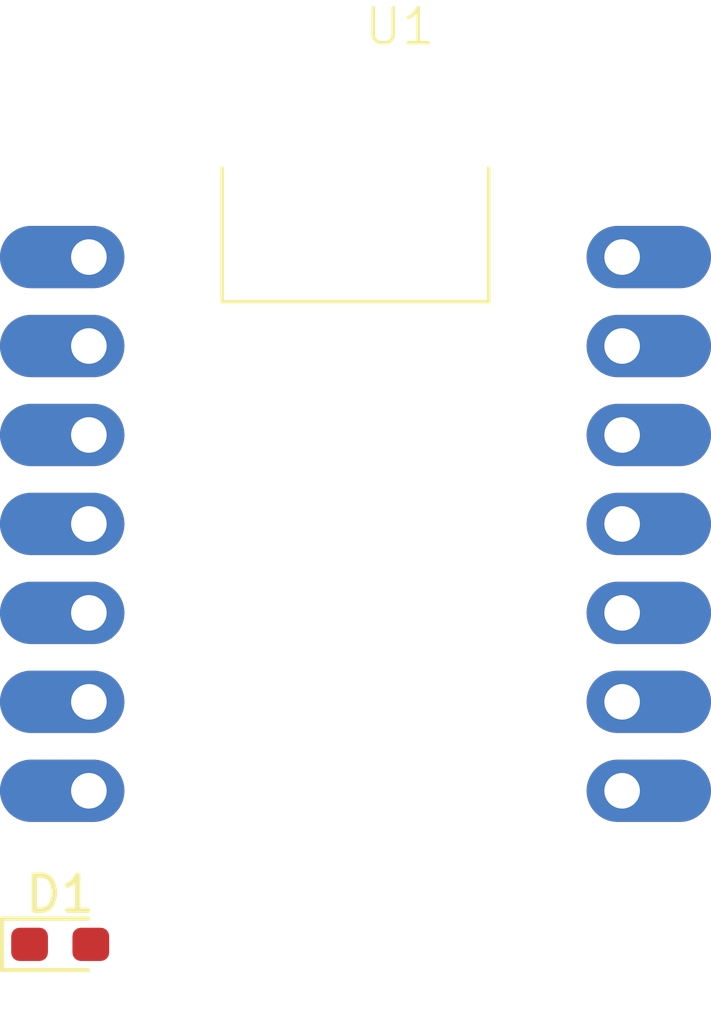
<source format=kicad_pcb>
(kicad_pcb (version 20221018) (generator pcbnew)
  (layers (0 "F.Cu" signal) (31 "B.Cu" signal) (34 "B.Paste" user) (35 "F.Paste" user) (36 "B.SilkS" user "B.Silkscreen") (37 "F.SilkS" user "F.Silkscreen") (38 "B.Mask" user) (39 "F.Mask" user) (44 "Edge.Cuts" user))
  (net 0 "")
  (net 1 "GND")
  (net 2 "Net-(D1-A)")
  (footprint "LED_SMD:LED_0603_1608Metric_Pad1.05x0.95mm_HandSolder" (layer "F.Cu") (at 47.44 57.725)
    (fp_text reference "D1" (at 0 -1.43) (layer "F.SilkS"))
    (fp_text value "LED")
    (fp_line (start -1.66 -0.735) (end -1.66 0.735) (stroke (width 0.12)) (layer "F.SilkS"))
    (fp_line (start -1.66 0.735) (end 0.8 0.735) (stroke (width 0.12)) (layer "F.SilkS"))
    (fp_line (start 0.8 -0.735) (end -1.66 -0.735) (stroke (width 0.12)) (layer "F.SilkS"))
    (pad "1" smd roundrect (at -0.875 0) (size 1.05 0.95) (layers "F.Cu" "F.Paste" "F.Mask") (net 1 "GND"))
    (pad "2" smd roundrect (at 0.875 0) (size 1.05 0.95) (layers "F.Cu" "F.Paste" "F.Mask") (net 2 "Net-(D1-A)"))
  )
  (footprint "pcb:XIAO_ESP32_SENSE" (layer "F.Cu") (at 55.88 45.72)
    (fp_text reference "U1" (at 1.27 -14.2 unlocked) (layer "F.SilkS") (effects (font (thickness 0.1))))
    (fp_text value "~")
    (fp_line (start -3.81 -10.16) (end -3.81 -6.35) (stroke (width 0.1)) (layer "F.SilkS"))
    (fp_line (start -3.81 -6.35) (end 3.81 -6.35) (stroke (width 0.1)) (layer "F.SilkS"))
    (fp_line (start 3.81 -6.35) (end 3.81 -10.16) (stroke (width 0.1)) (layer "F.SilkS"))
    (pad "1" thru_hole oval (at -7.62 -7.62) (size 3.556 1.778) (drill 1.016 (offset -0.762 0)) (layers "*.Cu" "*.Mask"))
    (pad "2" thru_hole oval (at -7.62 -5.08) (size 3.556 1.778) (drill 1.016 (offset -0.762 0)) (layers "*.Cu" "*.Mask"))
    (pad "3" thru_hole oval (at -7.62 -2.54) (size 3.556 1.778) (drill 1.016 (offset -0.762 0)) (layers "*.Cu" "*.Mask"))
    (pad "4" thru_hole oval (at -7.62 0) (size 3.556 1.778) (drill 1.016 (offset -0.762 0)) (layers "*.Cu" "*.Mask"))
    (pad "5" thru_hole oval (at -7.62 2.54) (size 3.556 1.778) (drill 1.016 (offset -0.762 0)) (layers "*.Cu" "*.Mask"))
    (pad "6" thru_hole oval (at -7.62 5.08) (size 3.556 1.778) (drill 1.016 (offset -0.762 0)) (layers "*.Cu" "*.Mask"))
    (pad "7" thru_hole oval (at -7.62 7.62) (size 3.556 1.778) (drill 1.016 (offset -0.762 0)) (layers "*.Cu" "*.Mask"))
    (pad "8" thru_hole oval (at 7.62 -7.62) (size 3.556 1.778) (drill 1.016 (offset 0.762 0)) (layers "*.Cu" "*.Mask"))
    (pad "9" thru_hole oval (at 7.62 -5.08) (size 3.556 1.778) (drill 1.016 (offset 0.762 0)) (layers "*.Cu" "*.Mask"))
    (pad "10" thru_hole oval (at 7.62 -2.54) (size 3.556 1.778) (drill 1.016 (offset 0.762 0)) (layers "*.Cu" "*.Mask"))
    (pad "11" thru_hole oval (at 7.62 0) (size 3.556 1.778) (drill 1.016 (offset 0.762 0)) (layers "*.Cu" "*.Mask") (net 2 "Net-(D1-A)"))
    (pad "12" thru_hole oval (at 7.62 2.54) (size 3.556 1.778) (drill 1.016 (offset 0.762 0)) (layers "*.Cu" "*.Mask"))
    (pad "13" thru_hole oval (at 7.62 5.08) (size 3.556 1.778) (drill 1.016 (offset 0.762 0)) (layers "*.Cu" "*.Mask"))
    (pad "14" thru_hole oval (at 7.62 7.62) (size 3.556 1.778) (drill 1.016 (offset 0.762 0)) (layers "*.Cu" "*.Mask"))
  )
)
</source>
